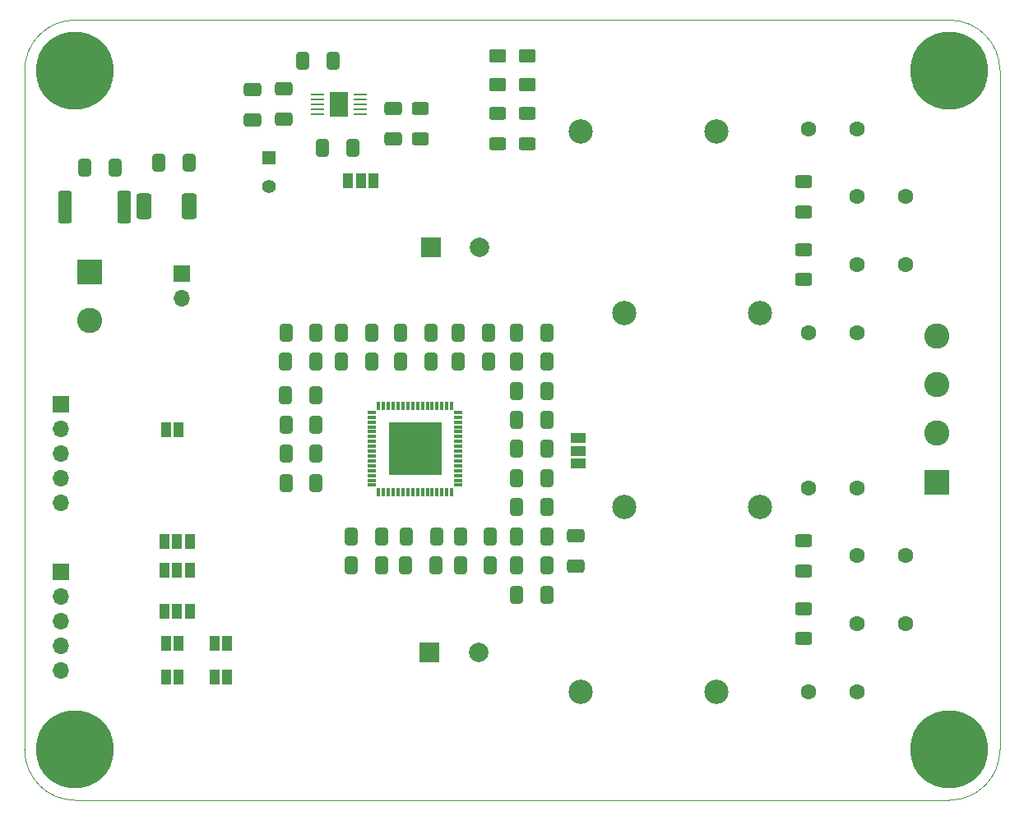
<source format=gbr>
%TF.GenerationSoftware,KiCad,Pcbnew,(6.0.0)*%
%TF.CreationDate,2022-01-08T20:11:28+01:00*%
%TF.ProjectId,ma12070p_amp_v06,6d613132-3037-4307-905f-616d705f7630,rev?*%
%TF.SameCoordinates,Original*%
%TF.FileFunction,Soldermask,Top*%
%TF.FilePolarity,Negative*%
%FSLAX45Y45*%
G04 Gerber Fmt 4.5, Leading zero omitted, Abs format (unit mm)*
G04 Created by KiCad (PCBNEW (6.0.0)) date 2022-01-08 20:11:28*
%MOMM*%
%LPD*%
G01*
G04 APERTURE LIST*
G04 Aperture macros list*
%AMRoundRect*
0 Rectangle with rounded corners*
0 $1 Rounding radius*
0 $2 $3 $4 $5 $6 $7 $8 $9 X,Y pos of 4 corners*
0 Add a 4 corners polygon primitive as box body*
4,1,4,$2,$3,$4,$5,$6,$7,$8,$9,$2,$3,0*
0 Add four circle primitives for the rounded corners*
1,1,$1+$1,$2,$3*
1,1,$1+$1,$4,$5*
1,1,$1+$1,$6,$7*
1,1,$1+$1,$8,$9*
0 Add four rect primitives between the rounded corners*
20,1,$1+$1,$2,$3,$4,$5,0*
20,1,$1+$1,$4,$5,$6,$7,0*
20,1,$1+$1,$6,$7,$8,$9,0*
20,1,$1+$1,$8,$9,$2,$3,0*%
G04 Aperture macros list end*
%TA.AperFunction,Profile*%
%ADD10C,0.050000*%
%TD*%
%ADD11R,1.500000X1.000000*%
%ADD12C,1.600000*%
%ADD13R,1.000000X1.500000*%
%ADD14RoundRect,0.250000X0.412500X0.650000X-0.412500X0.650000X-0.412500X-0.650000X0.412500X-0.650000X0*%
%ADD15RoundRect,0.250000X-0.412500X-0.650000X0.412500X-0.650000X0.412500X0.650000X-0.412500X0.650000X0*%
%ADD16R,1.700000X1.700000*%
%ADD17O,1.700000X1.700000*%
%ADD18RoundRect,0.250000X-0.650000X0.412500X-0.650000X-0.412500X0.650000X-0.412500X0.650000X0.412500X0*%
%ADD19R,2.600000X2.600000*%
%ADD20C,2.600000*%
%ADD21C,2.500000*%
%ADD22C,8.000000*%
%ADD23RoundRect,0.250000X0.625000X-0.400000X0.625000X0.400000X-0.625000X0.400000X-0.625000X-0.400000X0*%
%ADD24R,2.000000X2.000000*%
%ADD25C,2.000000*%
%ADD26RoundRect,0.249999X-0.512501X-1.075001X0.512501X-1.075001X0.512501X1.075001X-0.512501X1.075001X0*%
%ADD27RoundRect,0.250000X-0.625000X0.400000X-0.625000X-0.400000X0.625000X-0.400000X0.625000X0.400000X0*%
%ADD28R,1.422400X1.422400*%
%ADD29C,1.422400*%
%ADD30RoundRect,0.250001X0.624999X-0.462499X0.624999X0.462499X-0.624999X0.462499X-0.624999X-0.462499X0*%
%ADD31R,1.353299X0.279400*%
%ADD32R,1.879600X2.514600*%
%ADD33RoundRect,0.249999X-0.450001X-1.425001X0.450001X-1.425001X0.450001X1.425001X-0.450001X1.425001X0*%
%ADD34RoundRect,0.075000X-0.075000X0.362500X-0.075000X-0.362500X0.075000X-0.362500X0.075000X0.362500X0*%
%ADD35RoundRect,0.075000X-0.362500X0.075000X-0.362500X-0.075000X0.362500X-0.075000X0.362500X0.075000X0*%
%ADD36R,5.450000X5.450000*%
G04 APERTURE END LIST*
D10*
X10980000Y-11900000D02*
G75*
G03*
X11500000Y-12420000I520000J0D01*
G01*
X20500000Y-12419376D02*
G75*
G03*
X21019375Y-11899375I0J519376D01*
G01*
X11500000Y-4380000D02*
G75*
G03*
X10980000Y-4900000I0J-520000D01*
G01*
X21019375Y-4900000D02*
G75*
G03*
X20500000Y-4380625I-519375J0D01*
G01*
X21019375Y-4900000D02*
X21019375Y-11899375D01*
X11500000Y-4380000D02*
X20500000Y-4380625D01*
X10980000Y-11900000D02*
X10980000Y-4900000D01*
X20500000Y-12419376D02*
X11500000Y-12420000D01*
X11666667Y-11900000D02*
G75*
G03*
X11666667Y-11900000I-166667J0D01*
G01*
X11250000Y-11900000D02*
X11750000Y-11900000D01*
X11500000Y-11650000D02*
X11500000Y-12150000D01*
D11*
%TO.C,JP10*%
X16675750Y-8950000D03*
X16675750Y-8820000D03*
X16675750Y-8690000D03*
%TD*%
D12*
%TO.C,C27*%
X19050000Y-11300000D03*
X19550000Y-11300000D03*
%TD*%
D13*
%TO.C,JP4*%
X13065000Y-11150000D03*
X12935000Y-11150000D03*
%TD*%
D14*
%TO.C,C7*%
X13981250Y-7600000D03*
X13668750Y-7600000D03*
%TD*%
D15*
%TO.C,C29*%
X16043750Y-9700000D03*
X16356250Y-9700000D03*
%TD*%
D16*
%TO.C,CONN4*%
X11350000Y-8342500D03*
D17*
X11350000Y-8596500D03*
X11350000Y-8850500D03*
X11350000Y-9104500D03*
X11350000Y-9358500D03*
%TD*%
D15*
%TO.C,CIN2*%
X12362500Y-5850000D03*
X12675000Y-5850000D03*
%TD*%
D14*
%TO.C,C36*%
X16356250Y-8200000D03*
X16043750Y-8200000D03*
%TD*%
D15*
%TO.C,C10*%
X15445750Y-7600000D03*
X15758250Y-7600000D03*
%TD*%
D14*
%TO.C,C18*%
X14556250Y-7900000D03*
X14243750Y-7900000D03*
%TD*%
D15*
%TO.C,C40*%
X16043750Y-7600000D03*
X16356250Y-7600000D03*
%TD*%
D14*
%TO.C,C4*%
X15166250Y-7900000D03*
X14853750Y-7900000D03*
%TD*%
D18*
%TO.C,C16*%
X13325000Y-5093750D03*
X13325000Y-5406250D03*
%TD*%
D15*
%TO.C,C21*%
X15463750Y-10000000D03*
X15776250Y-10000000D03*
%TD*%
D14*
%TO.C,C20*%
X14356250Y-5700000D03*
X14043750Y-5700000D03*
%TD*%
D16*
%TO.C,CONN3*%
X11350000Y-10067500D03*
D17*
X11350000Y-10321500D03*
X11350000Y-10575500D03*
X11350000Y-10829500D03*
X11350000Y-11083500D03*
%TD*%
D19*
%TO.C,CONN2*%
X20370500Y-9140000D03*
D20*
X20370500Y-8640000D03*
X20370500Y-8140000D03*
X20370500Y-7640000D03*
%TD*%
D21*
%TO.C,L2*%
X18100000Y-5525000D03*
X16700000Y-5525000D03*
%TD*%
D12*
%TO.C,C23*%
X19550000Y-9900000D03*
X20050000Y-9900000D03*
%TD*%
D18*
%TO.C,C42*%
X16650000Y-9693750D03*
X16650000Y-10006250D03*
%TD*%
D15*
%TO.C,C34*%
X16045750Y-8800000D03*
X16358250Y-8800000D03*
%TD*%
D18*
%TO.C,C15*%
X13650000Y-5087500D03*
X13650000Y-5400000D03*
%TD*%
D14*
%TO.C,C25*%
X14656250Y-10000000D03*
X14343750Y-10000000D03*
%TD*%
D16*
%TO.C,CONN5*%
X12600000Y-6997500D03*
D17*
X12600000Y-7251500D03*
%TD*%
D21*
%TO.C,L4*%
X18550000Y-7400000D03*
X17150000Y-7400000D03*
%TD*%
D22*
%TO.C,H2*%
X11500000Y-4898126D03*
%TD*%
D12*
%TO.C,C12*%
X19550000Y-6900000D03*
X20050000Y-6900000D03*
%TD*%
D14*
%TO.C,C17*%
X14556250Y-7600000D03*
X14243750Y-7600000D03*
%TD*%
D18*
%TO.C,C19*%
X14770000Y-5293750D03*
X14770000Y-5606250D03*
%TD*%
D23*
%TO.C,R7*%
X19000000Y-10755000D03*
X19000000Y-10445000D03*
%TD*%
D22*
%TO.C,H4*%
X20500000Y-4898126D03*
%TD*%
D14*
%TO.C,C37*%
X16356250Y-9400000D03*
X16043750Y-9400000D03*
%TD*%
%TO.C,C26*%
X14656250Y-9700000D03*
X14343750Y-9700000D03*
%TD*%
D15*
%TO.C,C30*%
X16043750Y-10000000D03*
X16356250Y-10000000D03*
%TD*%
%TO.C,C45*%
X13668750Y-9150000D03*
X13981250Y-9150000D03*
%TD*%
D13*
%TO.C,JP2*%
X12435000Y-11150000D03*
X12565000Y-11150000D03*
%TD*%
%TO.C,JP3*%
X12420000Y-10475000D03*
X12550000Y-10475000D03*
X12680000Y-10475000D03*
%TD*%
D12*
%TO.C,C8*%
X19050000Y-5500000D03*
X19550000Y-5500000D03*
%TD*%
D23*
%TO.C,R8*%
X15850000Y-5656250D03*
X15850000Y-5346250D03*
%TD*%
D15*
%TO.C,C44*%
X13668750Y-8550000D03*
X13981250Y-8550000D03*
%TD*%
D14*
%TO.C,C31*%
X16356250Y-10300000D03*
X16043750Y-10300000D03*
%TD*%
D13*
%TO.C,JP5*%
X12420000Y-9750000D03*
X12550000Y-9750000D03*
X12680000Y-9750000D03*
%TD*%
D14*
%TO.C,C6*%
X15166250Y-7600000D03*
X14853750Y-7600000D03*
%TD*%
D24*
%TO.C,C2*%
X15163232Y-6725000D03*
D25*
X15663232Y-6725000D03*
%TD*%
D15*
%TO.C,C35*%
X16043750Y-8500000D03*
X16356250Y-8500000D03*
%TD*%
D14*
%TO.C,C5*%
X15220000Y-9700000D03*
X14907500Y-9700000D03*
%TD*%
D15*
%TO.C,CIN1*%
X11600000Y-5900000D03*
X11912500Y-5900000D03*
%TD*%
D26*
%TO.C,L1*%
X12207500Y-6300000D03*
X12675000Y-6300000D03*
%TD*%
D27*
%TO.C,R4*%
X19000000Y-6745000D03*
X19000000Y-7055000D03*
%TD*%
D21*
%TO.C,L6*%
X18100000Y-11300000D03*
X16700000Y-11300000D03*
%TD*%
D12*
%TO.C,C24*%
X19550000Y-9200000D03*
X19050000Y-9200000D03*
%TD*%
D22*
%TO.C,H3*%
X11500000Y-11897502D03*
%TD*%
D24*
%TO.C,C1*%
X15150000Y-10900000D03*
D25*
X15650000Y-10900000D03*
%TD*%
D27*
%TO.C,R5*%
X19000000Y-9745000D03*
X19000000Y-10055000D03*
%TD*%
D13*
%TO.C,JP8*%
X13065000Y-10800000D03*
X12935000Y-10800000D03*
%TD*%
D27*
%TO.C,R3*%
X15050000Y-5295000D03*
X15050000Y-5605000D03*
%TD*%
D13*
%TO.C,JP6*%
X12435000Y-8600000D03*
X12565000Y-8600000D03*
%TD*%
D21*
%TO.C,L5*%
X18550000Y-9400000D03*
X17150000Y-9400000D03*
%TD*%
D15*
%TO.C,C43*%
X13663750Y-8250000D03*
X13976250Y-8250000D03*
%TD*%
D12*
%TO.C,C9*%
X20050000Y-6200000D03*
X19550000Y-6200000D03*
%TD*%
%TO.C,C28*%
X19550000Y-10600000D03*
X20050000Y-10600000D03*
%TD*%
D22*
%TO.C,H1*%
X20500000Y-11897502D03*
%TD*%
D15*
%TO.C,C22*%
X15463750Y-9700000D03*
X15776250Y-9700000D03*
%TD*%
D14*
%TO.C,C38*%
X16356250Y-7900000D03*
X16043750Y-7900000D03*
%TD*%
D28*
%TO.C,L3*%
X13492527Y-5800000D03*
D29*
X13492527Y-6100000D03*
%TD*%
D15*
%TO.C,C11*%
X15445750Y-7900000D03*
X15758250Y-7900000D03*
%TD*%
D14*
%TO.C,C41*%
X13979250Y-7900000D03*
X13666750Y-7900000D03*
%TD*%
D15*
%TO.C,C39*%
X16043750Y-9100000D03*
X16356250Y-9100000D03*
%TD*%
D30*
%TO.C,LED1*%
X16150000Y-5050000D03*
X16150000Y-4752500D03*
%TD*%
%TO.C,LED2*%
X15850000Y-5050000D03*
X15850000Y-4752500D03*
%TD*%
D23*
%TO.C,R6*%
X16150000Y-5656250D03*
X16150000Y-5346250D03*
%TD*%
D14*
%TO.C,C46*%
X13981250Y-8850000D03*
X13668750Y-8850000D03*
%TD*%
D13*
%TO.C,JP1*%
X14310000Y-6035750D03*
X14440000Y-6035750D03*
X14570000Y-6035750D03*
%TD*%
D31*
%TO.C,U1*%
X13992750Y-5150000D03*
X13992750Y-5200000D03*
X13992750Y-5250000D03*
X13992750Y-5300000D03*
X13992750Y-5350000D03*
X14432879Y-5350000D03*
X14432879Y-5300000D03*
X14432879Y-5250000D03*
X14432879Y-5200000D03*
X14432879Y-5150000D03*
D32*
X14212814Y-5250000D03*
%TD*%
D12*
%TO.C,C13*%
X19050000Y-7600000D03*
X19550000Y-7600000D03*
%TD*%
D33*
%TO.C,R1*%
X11395000Y-6305000D03*
X12005000Y-6305000D03*
%TD*%
D34*
%TO.C,U2*%
X15375000Y-8354250D03*
X15325000Y-8354250D03*
X15275000Y-8354250D03*
X15225000Y-8354250D03*
X15175000Y-8354250D03*
X15125000Y-8354250D03*
X15075000Y-8354250D03*
X15025000Y-8354250D03*
X14975000Y-8354250D03*
X14925000Y-8354250D03*
X14875000Y-8354250D03*
X14825000Y-8354250D03*
X14775000Y-8354250D03*
X14725000Y-8354250D03*
X14675000Y-8354250D03*
X14625000Y-8354250D03*
D35*
X14556250Y-8423000D03*
X14556250Y-8473000D03*
X14556250Y-8523000D03*
X14556250Y-8573000D03*
X14556250Y-8623000D03*
X14556250Y-8673000D03*
X14556250Y-8723000D03*
X14556250Y-8773000D03*
X14556250Y-8823000D03*
X14556250Y-8873000D03*
X14556250Y-8923000D03*
X14556250Y-8973000D03*
X14556250Y-9023000D03*
X14556250Y-9073000D03*
X14556250Y-9123000D03*
X14556250Y-9173000D03*
D34*
X14625000Y-9241750D03*
X14675000Y-9241750D03*
X14725000Y-9241750D03*
X14775000Y-9241750D03*
X14825000Y-9241750D03*
X14875000Y-9241750D03*
X14925000Y-9241750D03*
X14975000Y-9241750D03*
X15025000Y-9241750D03*
X15075000Y-9241750D03*
X15125000Y-9241750D03*
X15175000Y-9241750D03*
X15225000Y-9241750D03*
X15275000Y-9241750D03*
X15325000Y-9241750D03*
X15375000Y-9241750D03*
D35*
X15443750Y-9173000D03*
X15443750Y-9123000D03*
X15443750Y-9073000D03*
X15443750Y-9023000D03*
X15443750Y-8973000D03*
X15443750Y-8923000D03*
X15443750Y-8873000D03*
X15443750Y-8823000D03*
X15443750Y-8773000D03*
X15443750Y-8723000D03*
X15443750Y-8673000D03*
X15443750Y-8623000D03*
X15443750Y-8573000D03*
X15443750Y-8523000D03*
X15443750Y-8473000D03*
X15443750Y-8423000D03*
D36*
X15000000Y-8798000D03*
%TD*%
D13*
%TO.C,JP7*%
X12435000Y-10800000D03*
X12565000Y-10800000D03*
%TD*%
D14*
%TO.C,C3*%
X15216250Y-10000000D03*
X14903750Y-10000000D03*
%TD*%
%TO.C,C14*%
X14156250Y-4800000D03*
X13843750Y-4800000D03*
%TD*%
D13*
%TO.C,JP9*%
X12420000Y-10050000D03*
X12550000Y-10050000D03*
X12680000Y-10050000D03*
%TD*%
D19*
%TO.C,CONN1*%
X11650000Y-6975000D03*
D20*
X11650000Y-7475000D03*
%TD*%
D23*
%TO.C,R2*%
X19000000Y-6355000D03*
X19000000Y-6045000D03*
%TD*%
M02*

</source>
